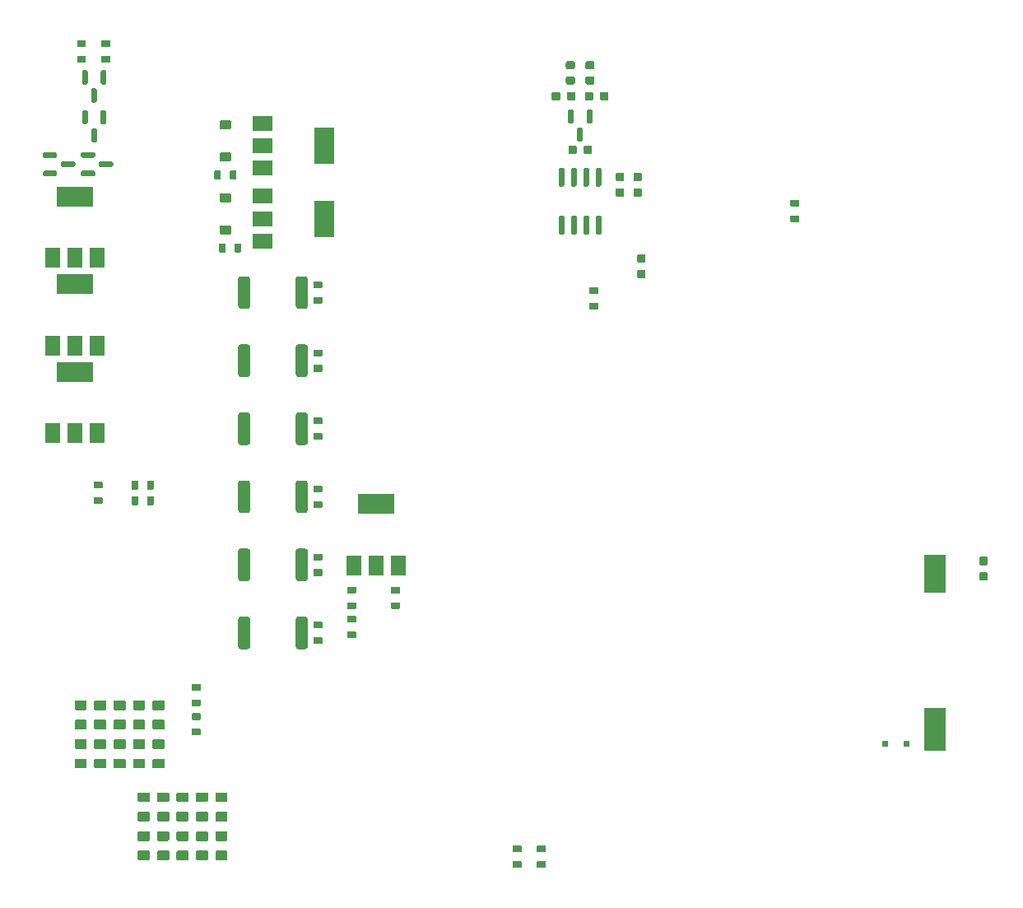
<source format=gbp>
G04 #@! TF.GenerationSoftware,KiCad,Pcbnew,7.0.9-7.0.9~ubuntu22.04.1*
G04 #@! TF.CreationDate,2023-12-02T23:16:32+00:00*
G04 #@! TF.ProjectId,uaefi,75616566-692e-46b6-9963-61645f706362,rev?*
G04 #@! TF.SameCoordinates,Original*
G04 #@! TF.FileFunction,Paste,Bot*
G04 #@! TF.FilePolarity,Positive*
%FSLAX46Y46*%
G04 Gerber Fmt 4.6, Leading zero omitted, Abs format (unit mm)*
G04 Created by KiCad (PCBNEW 7.0.9-7.0.9~ubuntu22.04.1) date 2023-12-02 23:16:32*
%MOMM*%
%LPD*%
G01*
G04 APERTURE LIST*
%ADD10R,2.299995X4.399991*%
%ADD11R,2.299995X3.999992*%
%ADD12R,1.500000X2.000000*%
%ADD13R,3.800000X2.000000*%
%ADD14R,2.000000X1.500000*%
%ADD15R,2.000000X3.800000*%
G04 APERTURE END LIST*
G04 #@! TO.C,D8*
G36*
G01*
X54400000Y81257023D02*
X54700000Y81257023D01*
G75*
G02*
X54850000Y81107023I0J-150000D01*
G01*
X54850000Y79932023D01*
G75*
G02*
X54700000Y79782023I-150000J0D01*
G01*
X54400000Y79782023D01*
G75*
G02*
X54250000Y79932023I0J150000D01*
G01*
X54250000Y81107023D01*
G75*
G02*
X54400000Y81257023I150000J0D01*
G01*
G37*
G36*
G01*
X56300000Y81257023D02*
X56600000Y81257023D01*
G75*
G02*
X56750000Y81107023I0J-150000D01*
G01*
X56750000Y79932023D01*
G75*
G02*
X56600000Y79782023I-150000J0D01*
G01*
X56300000Y79782023D01*
G75*
G02*
X56150000Y79932023I0J150000D01*
G01*
X56150000Y81107023D01*
G75*
G02*
X56300000Y81257023I150000J0D01*
G01*
G37*
G36*
G01*
X55350000Y79382023D02*
X55650000Y79382023D01*
G75*
G02*
X55800000Y79232023I0J-150000D01*
G01*
X55800000Y78057023D01*
G75*
G02*
X55650000Y77907023I-150000J0D01*
G01*
X55350000Y77907023D01*
G75*
G02*
X55200000Y78057023I0J150000D01*
G01*
X55200000Y79232023D01*
G75*
G02*
X55350000Y79382023I150000J0D01*
G01*
G37*
G04 #@! TD*
G04 #@! TO.C,C10*
G36*
G01*
X12650000Y13460000D02*
X11600000Y13460000D01*
G75*
G02*
X11500000Y13560000I0J100000D01*
G01*
X11500000Y14360000D01*
G75*
G02*
X11600000Y14460000I100000J0D01*
G01*
X12650000Y14460000D01*
G75*
G02*
X12750000Y14360000I0J-100000D01*
G01*
X12750000Y13560000D01*
G75*
G02*
X12650000Y13460000I-100000J0D01*
G01*
G37*
G36*
G01*
X12650000Y15460000D02*
X11600000Y15460000D01*
G75*
G02*
X11500000Y15560000I0J100000D01*
G01*
X11500000Y16360000D01*
G75*
G02*
X11600000Y16460000I100000J0D01*
G01*
X12650000Y16460000D01*
G75*
G02*
X12750000Y16360000I0J-100000D01*
G01*
X12750000Y15560000D01*
G75*
G02*
X12650000Y15460000I-100000J0D01*
G01*
G37*
G04 #@! TD*
G04 #@! TO.C,C27*
G36*
G01*
X61460000Y66315001D02*
X62140000Y66315001D01*
G75*
G02*
X62225000Y66230001I0J-85000D01*
G01*
X62225000Y65550001D01*
G75*
G02*
X62140000Y65465001I-85000J0D01*
G01*
X61460000Y65465001D01*
G75*
G02*
X61375000Y65550001I0J85000D01*
G01*
X61375000Y66230001D01*
G75*
G02*
X61460000Y66315001I85000J0D01*
G01*
G37*
G36*
G01*
X61460000Y64734999D02*
X62140000Y64734999D01*
G75*
G02*
X62225000Y64649999I0J-85000D01*
G01*
X62225000Y63969999D01*
G75*
G02*
X62140000Y63884999I-85000J0D01*
G01*
X61460000Y63884999D01*
G75*
G02*
X61375000Y63969999I0J85000D01*
G01*
X61375000Y64649999D01*
G75*
G02*
X61460000Y64734999I85000J0D01*
G01*
G37*
G04 #@! TD*
G04 #@! TO.C,D4*
G36*
G01*
X19510000Y75900000D02*
X18490000Y75900000D01*
G75*
G02*
X18400000Y75990000I0J90000D01*
G01*
X18400000Y76710000D01*
G75*
G02*
X18490000Y76800000I90000J0D01*
G01*
X19510000Y76800000D01*
G75*
G02*
X19600000Y76710000I0J-90000D01*
G01*
X19600000Y75990000D01*
G75*
G02*
X19510000Y75900000I-90000J0D01*
G01*
G37*
G36*
G01*
X19510000Y79200000D02*
X18490000Y79200000D01*
G75*
G02*
X18400000Y79290000I0J90000D01*
G01*
X18400000Y80010000D01*
G75*
G02*
X18490000Y80100000I90000J0D01*
G01*
X19510000Y80100000D01*
G75*
G02*
X19600000Y80010000I0J-90000D01*
G01*
X19600000Y79290000D01*
G75*
G02*
X19510000Y79200000I-90000J0D01*
G01*
G37*
G04 #@! TD*
D10*
G04 #@! TO.C,BT1*
X92000000Y17500048D03*
D11*
X92000000Y33500067D03*
G04 #@! TD*
G04 #@! TO.C,R31*
G36*
G01*
X9350000Y42210000D02*
X9350000Y42990000D01*
G75*
G02*
X9420000Y43060000I70000J0D01*
G01*
X9980000Y43060000D01*
G75*
G02*
X10050000Y42990000I0J-70000D01*
G01*
X10050000Y42210000D01*
G75*
G02*
X9980000Y42140000I-70000J0D01*
G01*
X9420000Y42140000D01*
G75*
G02*
X9350000Y42210000I0J70000D01*
G01*
G37*
G36*
G01*
X10950000Y42210000D02*
X10950000Y42990000D01*
G75*
G02*
X11020000Y43060000I70000J0D01*
G01*
X11580000Y43060000D01*
G75*
G02*
X11650000Y42990000I0J-70000D01*
G01*
X11650000Y42210000D01*
G75*
G02*
X11580000Y42140000I-70000J0D01*
G01*
X11020000Y42140000D01*
G75*
G02*
X10950000Y42210000I0J70000D01*
G01*
G37*
G04 #@! TD*
G04 #@! TO.C,C30*
G36*
G01*
X58405002Y82940000D02*
X58405002Y82260000D01*
G75*
G02*
X58320002Y82175000I-85000J0D01*
G01*
X57640002Y82175000D01*
G75*
G02*
X57555002Y82260000I0J85000D01*
G01*
X57555002Y82940000D01*
G75*
G02*
X57640002Y83025000I85000J0D01*
G01*
X58320002Y83025000D01*
G75*
G02*
X58405002Y82940000I0J-85000D01*
G01*
G37*
G36*
G01*
X56825000Y82940000D02*
X56825000Y82260000D01*
G75*
G02*
X56740000Y82175000I-85000J0D01*
G01*
X56060000Y82175000D01*
G75*
G02*
X55975000Y82260000I0J85000D01*
G01*
X55975000Y82940000D01*
G75*
G02*
X56060000Y83025000I85000J0D01*
G01*
X56740000Y83025000D01*
G75*
G02*
X56825000Y82940000I0J-85000D01*
G01*
G37*
G04 #@! TD*
G04 #@! TO.C,C7*
G36*
G01*
X6650000Y13460000D02*
X5600000Y13460000D01*
G75*
G02*
X5500000Y13560000I0J100000D01*
G01*
X5500000Y14360000D01*
G75*
G02*
X5600000Y14460000I100000J0D01*
G01*
X6650000Y14460000D01*
G75*
G02*
X6750000Y14360000I0J-100000D01*
G01*
X6750000Y13560000D01*
G75*
G02*
X6650000Y13460000I-100000J0D01*
G01*
G37*
G36*
G01*
X6650000Y15460000D02*
X5600000Y15460000D01*
G75*
G02*
X5500000Y15560000I0J100000D01*
G01*
X5500000Y16360000D01*
G75*
G02*
X5600000Y16460000I100000J0D01*
G01*
X6650000Y16460000D01*
G75*
G02*
X6750000Y16360000I0J-100000D01*
G01*
X6750000Y15560000D01*
G75*
G02*
X6650000Y15460000I-100000J0D01*
G01*
G37*
G04 #@! TD*
G04 #@! TO.C,C33*
G36*
G01*
X96660000Y35215001D02*
X97340000Y35215001D01*
G75*
G02*
X97425000Y35130001I0J-85000D01*
G01*
X97425000Y34450001D01*
G75*
G02*
X97340000Y34365001I-85000J0D01*
G01*
X96660000Y34365001D01*
G75*
G02*
X96575000Y34450001I0J85000D01*
G01*
X96575000Y35130001D01*
G75*
G02*
X96660000Y35215001I85000J0D01*
G01*
G37*
G36*
G01*
X96660000Y33634999D02*
X97340000Y33634999D01*
G75*
G02*
X97425000Y33549999I0J-85000D01*
G01*
X97425000Y32869999D01*
G75*
G02*
X97340000Y32784999I-85000J0D01*
G01*
X96660000Y32784999D01*
G75*
G02*
X96575000Y32869999I0J85000D01*
G01*
X96575000Y33549999D01*
G75*
G02*
X96660000Y33634999I85000J0D01*
G01*
G37*
G04 #@! TD*
G04 #@! TO.C,C29*
G36*
G01*
X54284999Y76742023D02*
X54284999Y77422023D01*
G75*
G02*
X54369999Y77507023I85000J0D01*
G01*
X55049999Y77507023D01*
G75*
G02*
X55134999Y77422023I0J-85000D01*
G01*
X55134999Y76742023D01*
G75*
G02*
X55049999Y76657023I-85000J0D01*
G01*
X54369999Y76657023D01*
G75*
G02*
X54284999Y76742023I0J85000D01*
G01*
G37*
G36*
G01*
X55865001Y76742023D02*
X55865001Y77422023D01*
G75*
G02*
X55950001Y77507023I85000J0D01*
G01*
X56630001Y77507023D01*
G75*
G02*
X56715001Y77422023I0J-85000D01*
G01*
X56715001Y76742023D01*
G75*
G02*
X56630001Y76657023I-85000J0D01*
G01*
X55950001Y76657023D01*
G75*
G02*
X55865001Y76742023I0J85000D01*
G01*
G37*
G04 #@! TD*
G04 #@! TO.C,R34*
G36*
G01*
X6290000Y40650000D02*
X5510000Y40650000D01*
G75*
G02*
X5440000Y40720000I0J70000D01*
G01*
X5440000Y41280000D01*
G75*
G02*
X5510000Y41350000I70000J0D01*
G01*
X6290000Y41350000D01*
G75*
G02*
X6360000Y41280000I0J-70000D01*
G01*
X6360000Y40720000D01*
G75*
G02*
X6290000Y40650000I-70000J0D01*
G01*
G37*
G36*
G01*
X6290000Y42250000D02*
X5510000Y42250000D01*
G75*
G02*
X5440000Y42320000I0J70000D01*
G01*
X5440000Y42880000D01*
G75*
G02*
X5510000Y42950000I70000J0D01*
G01*
X6290000Y42950000D01*
G75*
G02*
X6360000Y42880000I0J-70000D01*
G01*
X6360000Y42320000D01*
G75*
G02*
X6290000Y42250000I-70000J0D01*
G01*
G37*
G04 #@! TD*
G04 #@! TO.C,C17*
G36*
G01*
X16075000Y11000000D02*
X17125000Y11000000D01*
G75*
G02*
X17225000Y10900000I0J-100000D01*
G01*
X17225000Y10100000D01*
G75*
G02*
X17125000Y10000000I-100000J0D01*
G01*
X16075000Y10000000D01*
G75*
G02*
X15975000Y10100000I0J100000D01*
G01*
X15975000Y10900000D01*
G75*
G02*
X16075000Y11000000I100000J0D01*
G01*
G37*
G36*
G01*
X16075000Y9000000D02*
X17125000Y9000000D01*
G75*
G02*
X17225000Y8900000I0J-100000D01*
G01*
X17225000Y8100000D01*
G75*
G02*
X17125000Y8000000I-100000J0D01*
G01*
X16075000Y8000000D01*
G75*
G02*
X15975000Y8100000I0J100000D01*
G01*
X15975000Y8900000D01*
G75*
G02*
X16075000Y9000000I100000J0D01*
G01*
G37*
G04 #@! TD*
G04 #@! TO.C,R20*
G36*
G01*
X27475000Y63825000D02*
X27475000Y60975000D01*
G75*
G02*
X27225000Y60725000I-250000J0D01*
G01*
X26500000Y60725000D01*
G75*
G02*
X26250000Y60975000I0J250000D01*
G01*
X26250000Y63825000D01*
G75*
G02*
X26500000Y64075000I250000J0D01*
G01*
X27225000Y64075000D01*
G75*
G02*
X27475000Y63825000I0J-250000D01*
G01*
G37*
G36*
G01*
X21550000Y63825000D02*
X21550000Y60975000D01*
G75*
G02*
X21300000Y60725000I-250000J0D01*
G01*
X20575000Y60725000D01*
G75*
G02*
X20325000Y60975000I0J250000D01*
G01*
X20325000Y63825000D01*
G75*
G02*
X20575000Y64075000I250000J0D01*
G01*
X21300000Y64075000D01*
G75*
G02*
X21550000Y63825000I0J-250000D01*
G01*
G37*
G04 #@! TD*
G04 #@! TO.C,C3*
G36*
G01*
X7600000Y20460000D02*
X8650000Y20460000D01*
G75*
G02*
X8750000Y20360000I0J-100000D01*
G01*
X8750000Y19560000D01*
G75*
G02*
X8650000Y19460000I-100000J0D01*
G01*
X7600000Y19460000D01*
G75*
G02*
X7500000Y19560000I0J100000D01*
G01*
X7500000Y20360000D01*
G75*
G02*
X7600000Y20460000I100000J0D01*
G01*
G37*
G36*
G01*
X7600000Y18460000D02*
X8650000Y18460000D01*
G75*
G02*
X8750000Y18360000I0J-100000D01*
G01*
X8750000Y17560000D01*
G75*
G02*
X8650000Y17460000I-100000J0D01*
G01*
X7600000Y17460000D01*
G75*
G02*
X7500000Y17560000I0J100000D01*
G01*
X7500000Y18360000D01*
G75*
G02*
X7600000Y18460000I100000J0D01*
G01*
G37*
G04 #@! TD*
G04 #@! TO.C,C23*
G36*
G01*
X19125000Y4000000D02*
X18075000Y4000000D01*
G75*
G02*
X17975000Y4100000I0J100000D01*
G01*
X17975000Y4900000D01*
G75*
G02*
X18075000Y5000000I100000J0D01*
G01*
X19125000Y5000000D01*
G75*
G02*
X19225000Y4900000I0J-100000D01*
G01*
X19225000Y4100000D01*
G75*
G02*
X19125000Y4000000I-100000J0D01*
G01*
G37*
G36*
G01*
X19125000Y6000000D02*
X18075000Y6000000D01*
G75*
G02*
X17975000Y6100000I0J100000D01*
G01*
X17975000Y6900000D01*
G75*
G02*
X18075000Y7000000I100000J0D01*
G01*
X19125000Y7000000D01*
G75*
G02*
X19225000Y6900000I0J-100000D01*
G01*
X19225000Y6100000D01*
G75*
G02*
X19125000Y6000000I-100000J0D01*
G01*
G37*
G04 #@! TD*
G04 #@! TO.C,U4*
G36*
G01*
X53445000Y75250000D02*
X53745000Y75250000D01*
G75*
G02*
X53895000Y75100000I0J-150000D01*
G01*
X53895000Y73450000D01*
G75*
G02*
X53745000Y73300000I-150000J0D01*
G01*
X53445000Y73300000D01*
G75*
G02*
X53295000Y73450000I0J150000D01*
G01*
X53295000Y75100000D01*
G75*
G02*
X53445000Y75250000I150000J0D01*
G01*
G37*
G36*
G01*
X54715000Y75250000D02*
X55015000Y75250000D01*
G75*
G02*
X55165000Y75100000I0J-150000D01*
G01*
X55165000Y73450000D01*
G75*
G02*
X55015000Y73300000I-150000J0D01*
G01*
X54715000Y73300000D01*
G75*
G02*
X54565000Y73450000I0J150000D01*
G01*
X54565000Y75100000D01*
G75*
G02*
X54715000Y75250000I150000J0D01*
G01*
G37*
G36*
G01*
X55985000Y75250000D02*
X56285000Y75250000D01*
G75*
G02*
X56435000Y75100000I0J-150000D01*
G01*
X56435000Y73450000D01*
G75*
G02*
X56285000Y73300000I-150000J0D01*
G01*
X55985000Y73300000D01*
G75*
G02*
X55835000Y73450000I0J150000D01*
G01*
X55835000Y75100000D01*
G75*
G02*
X55985000Y75250000I150000J0D01*
G01*
G37*
G36*
G01*
X57255000Y75250000D02*
X57555000Y75250000D01*
G75*
G02*
X57705000Y75100000I0J-150000D01*
G01*
X57705000Y73450000D01*
G75*
G02*
X57555000Y73300000I-150000J0D01*
G01*
X57255000Y73300000D01*
G75*
G02*
X57105000Y73450000I0J150000D01*
G01*
X57105000Y75100000D01*
G75*
G02*
X57255000Y75250000I150000J0D01*
G01*
G37*
G36*
G01*
X57255000Y70300000D02*
X57555000Y70300000D01*
G75*
G02*
X57705000Y70150000I0J-150000D01*
G01*
X57705000Y68500000D01*
G75*
G02*
X57555000Y68350000I-150000J0D01*
G01*
X57255000Y68350000D01*
G75*
G02*
X57105000Y68500000I0J150000D01*
G01*
X57105000Y70150000D01*
G75*
G02*
X57255000Y70300000I150000J0D01*
G01*
G37*
G36*
G01*
X55985000Y70300000D02*
X56285000Y70300000D01*
G75*
G02*
X56435000Y70150000I0J-150000D01*
G01*
X56435000Y68500000D01*
G75*
G02*
X56285000Y68350000I-150000J0D01*
G01*
X55985000Y68350000D01*
G75*
G02*
X55835000Y68500000I0J150000D01*
G01*
X55835000Y70150000D01*
G75*
G02*
X55985000Y70300000I150000J0D01*
G01*
G37*
G36*
G01*
X54715000Y70300000D02*
X55015000Y70300000D01*
G75*
G02*
X55165000Y70150000I0J-150000D01*
G01*
X55165000Y68500000D01*
G75*
G02*
X55015000Y68350000I-150000J0D01*
G01*
X54715000Y68350000D01*
G75*
G02*
X54565000Y68500000I0J150000D01*
G01*
X54565000Y70150000D01*
G75*
G02*
X54715000Y70300000I150000J0D01*
G01*
G37*
G36*
G01*
X53445000Y70300000D02*
X53745000Y70300000D01*
G75*
G02*
X53895000Y70150000I0J-150000D01*
G01*
X53895000Y68500000D01*
G75*
G02*
X53745000Y68350000I-150000J0D01*
G01*
X53445000Y68350000D01*
G75*
G02*
X53295000Y68500000I0J150000D01*
G01*
X53295000Y70150000D01*
G75*
G02*
X53445000Y70300000I150000J0D01*
G01*
G37*
G04 #@! TD*
G04 #@! TO.C,C1*
G36*
G01*
X3600000Y20460000D02*
X4650000Y20460000D01*
G75*
G02*
X4750000Y20360000I0J-100000D01*
G01*
X4750000Y19560000D01*
G75*
G02*
X4650000Y19460000I-100000J0D01*
G01*
X3600000Y19460000D01*
G75*
G02*
X3500000Y19560000I0J100000D01*
G01*
X3500000Y20360000D01*
G75*
G02*
X3600000Y20460000I100000J0D01*
G01*
G37*
G36*
G01*
X3600000Y18460000D02*
X4650000Y18460000D01*
G75*
G02*
X4750000Y18360000I0J-100000D01*
G01*
X4750000Y17560000D01*
G75*
G02*
X4650000Y17460000I-100000J0D01*
G01*
X3600000Y17460000D01*
G75*
G02*
X3500000Y17560000I0J100000D01*
G01*
X3500000Y18360000D01*
G75*
G02*
X3600000Y18460000I100000J0D01*
G01*
G37*
G04 #@! TD*
G04 #@! TO.C,R26*
G36*
G01*
X27475000Y42825000D02*
X27475000Y39975000D01*
G75*
G02*
X27225000Y39725000I-250000J0D01*
G01*
X26500000Y39725000D01*
G75*
G02*
X26250000Y39975000I0J250000D01*
G01*
X26250000Y42825000D01*
G75*
G02*
X26500000Y43075000I250000J0D01*
G01*
X27225000Y43075000D01*
G75*
G02*
X27475000Y42825000I0J-250000D01*
G01*
G37*
G36*
G01*
X21550000Y42825000D02*
X21550000Y39975000D01*
G75*
G02*
X21300000Y39725000I-250000J0D01*
G01*
X20575000Y39725000D01*
G75*
G02*
X20325000Y39975000I0J250000D01*
G01*
X20325000Y42825000D01*
G75*
G02*
X20575000Y43075000I250000J0D01*
G01*
X21300000Y43075000D01*
G75*
G02*
X21550000Y42825000I0J-250000D01*
G01*
G37*
G04 #@! TD*
D12*
G04 #@! TO.C,Q18*
X5800000Y47950000D03*
X3500000Y47950000D03*
X1200000Y47950000D03*
D13*
X3500000Y54250000D03*
G04 #@! TD*
G04 #@! TO.C,C31*
G36*
G01*
X59940000Y72284999D02*
X59260000Y72284999D01*
G75*
G02*
X59175000Y72369999I0J85000D01*
G01*
X59175000Y73049999D01*
G75*
G02*
X59260000Y73134999I85000J0D01*
G01*
X59940000Y73134999D01*
G75*
G02*
X60025000Y73049999I0J-85000D01*
G01*
X60025000Y72369999D01*
G75*
G02*
X59940000Y72284999I-85000J0D01*
G01*
G37*
G36*
G01*
X59940000Y73865001D02*
X59260000Y73865001D01*
G75*
G02*
X59175000Y73950001I0J85000D01*
G01*
X59175000Y74630001D01*
G75*
G02*
X59260000Y74715001I85000J0D01*
G01*
X59940000Y74715001D01*
G75*
G02*
X60025000Y74630001I0J-85000D01*
G01*
X60025000Y73950001D01*
G75*
G02*
X59940000Y73865001I-85000J0D01*
G01*
G37*
G04 #@! TD*
G04 #@! TO.C,C14*
G36*
G01*
X10075000Y11000000D02*
X11125000Y11000000D01*
G75*
G02*
X11225000Y10900000I0J-100000D01*
G01*
X11225000Y10100000D01*
G75*
G02*
X11125000Y10000000I-100000J0D01*
G01*
X10075000Y10000000D01*
G75*
G02*
X9975000Y10100000I0J100000D01*
G01*
X9975000Y10900000D01*
G75*
G02*
X10075000Y11000000I100000J0D01*
G01*
G37*
G36*
G01*
X10075000Y9000000D02*
X11125000Y9000000D01*
G75*
G02*
X11225000Y8900000I0J-100000D01*
G01*
X11225000Y8100000D01*
G75*
G02*
X11125000Y8000000I-100000J0D01*
G01*
X10075000Y8000000D01*
G75*
G02*
X9975000Y8100000I0J100000D01*
G01*
X9975000Y8900000D01*
G75*
G02*
X10075000Y9000000I100000J0D01*
G01*
G37*
G04 #@! TD*
D12*
G04 #@! TO.C,Q15*
X5800000Y56950000D03*
X3500000Y56950000D03*
X1200000Y56950000D03*
D13*
X3500000Y63250000D03*
G04 #@! TD*
G04 #@! TO.C,C19*
G36*
G01*
X11125000Y4000000D02*
X10075000Y4000000D01*
G75*
G02*
X9975000Y4100000I0J100000D01*
G01*
X9975000Y4900000D01*
G75*
G02*
X10075000Y5000000I100000J0D01*
G01*
X11125000Y5000000D01*
G75*
G02*
X11225000Y4900000I0J-100000D01*
G01*
X11225000Y4100000D01*
G75*
G02*
X11125000Y4000000I-100000J0D01*
G01*
G37*
G36*
G01*
X11125000Y6000000D02*
X10075000Y6000000D01*
G75*
G02*
X9975000Y6100000I0J100000D01*
G01*
X9975000Y6900000D01*
G75*
G02*
X10075000Y7000000I100000J0D01*
G01*
X11125000Y7000000D01*
G75*
G02*
X11225000Y6900000I0J-100000D01*
G01*
X11225000Y6100000D01*
G75*
G02*
X11125000Y6000000I-100000J0D01*
G01*
G37*
G04 #@! TD*
G04 #@! TO.C,R27*
G36*
G01*
X27475000Y35825000D02*
X27475000Y32975000D01*
G75*
G02*
X27225000Y32725000I-250000J0D01*
G01*
X26500000Y32725000D01*
G75*
G02*
X26250000Y32975000I0J250000D01*
G01*
X26250000Y35825000D01*
G75*
G02*
X26500000Y36075000I250000J0D01*
G01*
X27225000Y36075000D01*
G75*
G02*
X27475000Y35825000I0J-250000D01*
G01*
G37*
G36*
G01*
X21550000Y35825000D02*
X21550000Y32975000D01*
G75*
G02*
X21300000Y32725000I-250000J0D01*
G01*
X20575000Y32725000D01*
G75*
G02*
X20325000Y32975000I0J250000D01*
G01*
X20325000Y35825000D01*
G75*
G02*
X20575000Y36075000I250000J0D01*
G01*
X21300000Y36075000D01*
G75*
G02*
X21550000Y35825000I0J-250000D01*
G01*
G37*
G04 #@! TD*
G04 #@! TO.C,R21*
G36*
G01*
X27475000Y56825000D02*
X27475000Y53975000D01*
G75*
G02*
X27225000Y53725000I-250000J0D01*
G01*
X26500000Y53725000D01*
G75*
G02*
X26250000Y53975000I0J250000D01*
G01*
X26250000Y56825000D01*
G75*
G02*
X26500000Y57075000I250000J0D01*
G01*
X27225000Y57075000D01*
G75*
G02*
X27475000Y56825000I0J-250000D01*
G01*
G37*
G36*
G01*
X21550000Y56825000D02*
X21550000Y53975000D01*
G75*
G02*
X21300000Y53725000I-250000J0D01*
G01*
X20575000Y53725000D01*
G75*
G02*
X20325000Y53975000I0J250000D01*
G01*
X20325000Y56825000D01*
G75*
G02*
X20575000Y57075000I250000J0D01*
G01*
X21300000Y57075000D01*
G75*
G02*
X21550000Y56825000I0J-250000D01*
G01*
G37*
G04 #@! TD*
G04 #@! TO.C,C4*
G36*
G01*
X9600000Y20460000D02*
X10650000Y20460000D01*
G75*
G02*
X10750000Y20360000I0J-100000D01*
G01*
X10750000Y19560000D01*
G75*
G02*
X10650000Y19460000I-100000J0D01*
G01*
X9600000Y19460000D01*
G75*
G02*
X9500000Y19560000I0J100000D01*
G01*
X9500000Y20360000D01*
G75*
G02*
X9600000Y20460000I100000J0D01*
G01*
G37*
G36*
G01*
X9600000Y18460000D02*
X10650000Y18460000D01*
G75*
G02*
X10750000Y18360000I0J-100000D01*
G01*
X10750000Y17560000D01*
G75*
G02*
X10650000Y17460000I-100000J0D01*
G01*
X9600000Y17460000D01*
G75*
G02*
X9500000Y17560000I0J100000D01*
G01*
X9500000Y18360000D01*
G75*
G02*
X9600000Y18460000I100000J0D01*
G01*
G37*
G04 #@! TD*
G04 #@! TO.C,R10*
G36*
G01*
X18350000Y66610000D02*
X18350000Y67390000D01*
G75*
G02*
X18420000Y67460000I70000J0D01*
G01*
X18980000Y67460000D01*
G75*
G02*
X19050000Y67390000I0J-70000D01*
G01*
X19050000Y66610000D01*
G75*
G02*
X18980000Y66540000I-70000J0D01*
G01*
X18420000Y66540000D01*
G75*
G02*
X18350000Y66610000I0J70000D01*
G01*
G37*
G36*
G01*
X19950000Y66610000D02*
X19950000Y67390000D01*
G75*
G02*
X20020000Y67460000I70000J0D01*
G01*
X20580000Y67460000D01*
G75*
G02*
X20650000Y67390000I0J-70000D01*
G01*
X20650000Y66610000D01*
G75*
G02*
X20580000Y66540000I-70000J0D01*
G01*
X20020000Y66540000D01*
G75*
G02*
X19950000Y66610000I0J70000D01*
G01*
G37*
G04 #@! TD*
G04 #@! TO.C,D2*
G36*
G01*
X19510000Y68400000D02*
X18490000Y68400000D01*
G75*
G02*
X18400000Y68490000I0J90000D01*
G01*
X18400000Y69210000D01*
G75*
G02*
X18490000Y69300000I90000J0D01*
G01*
X19510000Y69300000D01*
G75*
G02*
X19600000Y69210000I0J-90000D01*
G01*
X19600000Y68490000D01*
G75*
G02*
X19510000Y68400000I-90000J0D01*
G01*
G37*
G36*
G01*
X19510000Y71700000D02*
X18490000Y71700000D01*
G75*
G02*
X18400000Y71790000I0J90000D01*
G01*
X18400000Y72510000D01*
G75*
G02*
X18490000Y72600000I90000J0D01*
G01*
X19510000Y72600000D01*
G75*
G02*
X19600000Y72510000I0J-90000D01*
G01*
X19600000Y71790000D01*
G75*
G02*
X19510000Y71700000I-90000J0D01*
G01*
G37*
G04 #@! TD*
G04 #@! TO.C,D1*
G36*
G01*
X87140000Y15700000D02*
X86660000Y15700000D01*
G75*
G02*
X86600000Y15760000I0J60000D01*
G01*
X86600000Y16240000D01*
G75*
G02*
X86660000Y16300000I60000J0D01*
G01*
X87140000Y16300000D01*
G75*
G02*
X87200000Y16240000I0J-60000D01*
G01*
X87200000Y15760000D01*
G75*
G02*
X87140000Y15700000I-60000J0D01*
G01*
G37*
G36*
G01*
X89340000Y15700000D02*
X88860000Y15700000D01*
G75*
G02*
X88800000Y15760000I0J60000D01*
G01*
X88800000Y16240000D01*
G75*
G02*
X88860000Y16300000I60000J0D01*
G01*
X89340000Y16300000D01*
G75*
G02*
X89400000Y16240000I0J-60000D01*
G01*
X89400000Y15760000D01*
G75*
G02*
X89340000Y15700000I-60000J0D01*
G01*
G37*
G04 #@! TD*
G04 #@! TO.C,R19*
G36*
G01*
X28902500Y47250000D02*
X28122500Y47250000D01*
G75*
G02*
X28052500Y47320000I0J70000D01*
G01*
X28052500Y47880000D01*
G75*
G02*
X28122500Y47950000I70000J0D01*
G01*
X28902500Y47950000D01*
G75*
G02*
X28972500Y47880000I0J-70000D01*
G01*
X28972500Y47320000D01*
G75*
G02*
X28902500Y47250000I-70000J0D01*
G01*
G37*
G36*
G01*
X28902500Y48850000D02*
X28122500Y48850000D01*
G75*
G02*
X28052500Y48920000I0J70000D01*
G01*
X28052500Y49480000D01*
G75*
G02*
X28122500Y49550000I70000J0D01*
G01*
X28902500Y49550000D01*
G75*
G02*
X28972500Y49480000I0J-70000D01*
G01*
X28972500Y48920000D01*
G75*
G02*
X28902500Y48850000I-70000J0D01*
G01*
G37*
G04 #@! TD*
G04 #@! TO.C,R33*
G36*
G01*
X31610000Y29150000D02*
X32390000Y29150000D01*
G75*
G02*
X32460000Y29080000I0J-70000D01*
G01*
X32460000Y28520000D01*
G75*
G02*
X32390000Y28450000I-70000J0D01*
G01*
X31610000Y28450000D01*
G75*
G02*
X31540000Y28520000I0J70000D01*
G01*
X31540000Y29080000D01*
G75*
G02*
X31610000Y29150000I70000J0D01*
G01*
G37*
G36*
G01*
X31610000Y27550000D02*
X32390000Y27550000D01*
G75*
G02*
X32460000Y27480000I0J-70000D01*
G01*
X32460000Y26920000D01*
G75*
G02*
X32390000Y26850000I-70000J0D01*
G01*
X31610000Y26850000D01*
G75*
G02*
X31540000Y26920000I0J70000D01*
G01*
X31540000Y27480000D01*
G75*
G02*
X31610000Y27550000I70000J0D01*
G01*
G37*
G04 #@! TD*
G04 #@! TO.C,C21*
G36*
G01*
X15125000Y4000000D02*
X14075000Y4000000D01*
G75*
G02*
X13975000Y4100000I0J100000D01*
G01*
X13975000Y4900000D01*
G75*
G02*
X14075000Y5000000I100000J0D01*
G01*
X15125000Y5000000D01*
G75*
G02*
X15225000Y4900000I0J-100000D01*
G01*
X15225000Y4100000D01*
G75*
G02*
X15125000Y4000000I-100000J0D01*
G01*
G37*
G36*
G01*
X15125000Y6000000D02*
X14075000Y6000000D01*
G75*
G02*
X13975000Y6100000I0J100000D01*
G01*
X13975000Y6900000D01*
G75*
G02*
X14075000Y7000000I100000J0D01*
G01*
X15125000Y7000000D01*
G75*
G02*
X15225000Y6900000I0J-100000D01*
G01*
X15225000Y6100000D01*
G75*
G02*
X15125000Y6000000I-100000J0D01*
G01*
G37*
G04 #@! TD*
G04 #@! TO.C,D6*
G36*
G01*
X4400000Y81175000D02*
X4700000Y81175000D01*
G75*
G02*
X4850000Y81025000I0J-150000D01*
G01*
X4850000Y79850000D01*
G75*
G02*
X4700000Y79700000I-150000J0D01*
G01*
X4400000Y79700000D01*
G75*
G02*
X4250000Y79850000I0J150000D01*
G01*
X4250000Y81025000D01*
G75*
G02*
X4400000Y81175000I150000J0D01*
G01*
G37*
G36*
G01*
X5350000Y79300000D02*
X5650000Y79300000D01*
G75*
G02*
X5800000Y79150000I0J-150000D01*
G01*
X5800000Y77975000D01*
G75*
G02*
X5650000Y77825000I-150000J0D01*
G01*
X5350000Y77825000D01*
G75*
G02*
X5200000Y77975000I0J150000D01*
G01*
X5200000Y79150000D01*
G75*
G02*
X5350000Y79300000I150000J0D01*
G01*
G37*
G36*
G01*
X6300000Y81175000D02*
X6600000Y81175000D01*
G75*
G02*
X6750000Y81025000I0J-150000D01*
G01*
X6750000Y79850000D01*
G75*
G02*
X6600000Y79700000I-150000J0D01*
G01*
X6300000Y79700000D01*
G75*
G02*
X6150000Y79850000I0J150000D01*
G01*
X6150000Y81025000D01*
G75*
G02*
X6300000Y81175000I150000J0D01*
G01*
G37*
G04 #@! TD*
G04 #@! TO.C,R23*
G36*
G01*
X28902500Y40250000D02*
X28122500Y40250000D01*
G75*
G02*
X28052500Y40320000I0J70000D01*
G01*
X28052500Y40880000D01*
G75*
G02*
X28122500Y40950000I70000J0D01*
G01*
X28902500Y40950000D01*
G75*
G02*
X28972500Y40880000I0J-70000D01*
G01*
X28972500Y40320000D01*
G75*
G02*
X28902500Y40250000I-70000J0D01*
G01*
G37*
G36*
G01*
X28902500Y41850000D02*
X28122500Y41850000D01*
G75*
G02*
X28052500Y41920000I0J70000D01*
G01*
X28052500Y42480000D01*
G75*
G02*
X28122500Y42550000I70000J0D01*
G01*
X28902500Y42550000D01*
G75*
G02*
X28972500Y42480000I0J-70000D01*
G01*
X28972500Y41920000D01*
G75*
G02*
X28902500Y41850000I-70000J0D01*
G01*
G37*
G04 #@! TD*
G04 #@! TO.C,Q6*
G36*
G01*
X225000Y74500000D02*
X225000Y74800000D01*
G75*
G02*
X375000Y74950000I150000J0D01*
G01*
X1550000Y74950000D01*
G75*
G02*
X1700000Y74800000I0J-150000D01*
G01*
X1700000Y74500000D01*
G75*
G02*
X1550000Y74350000I-150000J0D01*
G01*
X375000Y74350000D01*
G75*
G02*
X225000Y74500000I0J150000D01*
G01*
G37*
G36*
G01*
X2100000Y75450000D02*
X2100000Y75750000D01*
G75*
G02*
X2250000Y75900000I150000J0D01*
G01*
X3425000Y75900000D01*
G75*
G02*
X3575000Y75750000I0J-150000D01*
G01*
X3575000Y75450000D01*
G75*
G02*
X3425000Y75300000I-150000J0D01*
G01*
X2250000Y75300000D01*
G75*
G02*
X2100000Y75450000I0J150000D01*
G01*
G37*
G36*
G01*
X225000Y76400000D02*
X225000Y76700000D01*
G75*
G02*
X375000Y76850000I150000J0D01*
G01*
X1550000Y76850000D01*
G75*
G02*
X1700000Y76700000I0J-150000D01*
G01*
X1700000Y76400000D01*
G75*
G02*
X1550000Y76250000I-150000J0D01*
G01*
X375000Y76250000D01*
G75*
G02*
X225000Y76400000I0J150000D01*
G01*
G37*
G04 #@! TD*
G04 #@! TO.C,R7*
G36*
G01*
X49390000Y3228318D02*
X48610000Y3228318D01*
G75*
G02*
X48540000Y3298318I0J70000D01*
G01*
X48540000Y3858318D01*
G75*
G02*
X48610000Y3928318I70000J0D01*
G01*
X49390000Y3928318D01*
G75*
G02*
X49460000Y3858318I0J-70000D01*
G01*
X49460000Y3298318D01*
G75*
G02*
X49390000Y3228318I-70000J0D01*
G01*
G37*
G36*
G01*
X49390000Y4828318D02*
X48610000Y4828318D01*
G75*
G02*
X48540000Y4898318I0J70000D01*
G01*
X48540000Y5458318D01*
G75*
G02*
X48610000Y5528318I70000J0D01*
G01*
X49390000Y5528318D01*
G75*
G02*
X49460000Y5458318I0J-70000D01*
G01*
X49460000Y4898318D01*
G75*
G02*
X49390000Y4828318I-70000J0D01*
G01*
G37*
G04 #@! TD*
G04 #@! TO.C,R24*
G36*
G01*
X28902500Y33250000D02*
X28122500Y33250000D01*
G75*
G02*
X28052500Y33320000I0J70000D01*
G01*
X28052500Y33880000D01*
G75*
G02*
X28122500Y33950000I70000J0D01*
G01*
X28902500Y33950000D01*
G75*
G02*
X28972500Y33880000I0J-70000D01*
G01*
X28972500Y33320000D01*
G75*
G02*
X28902500Y33250000I-70000J0D01*
G01*
G37*
G36*
G01*
X28902500Y34850000D02*
X28122500Y34850000D01*
G75*
G02*
X28052500Y34920000I0J70000D01*
G01*
X28052500Y35480000D01*
G75*
G02*
X28122500Y35550000I70000J0D01*
G01*
X28902500Y35550000D01*
G75*
G02*
X28972500Y35480000I0J-70000D01*
G01*
X28972500Y34920000D01*
G75*
G02*
X28902500Y34850000I-70000J0D01*
G01*
G37*
G04 #@! TD*
G04 #@! TO.C,C32*
G36*
G01*
X61740000Y72284999D02*
X61060000Y72284999D01*
G75*
G02*
X60975000Y72369999I0J85000D01*
G01*
X60975000Y73049999D01*
G75*
G02*
X61060000Y73134999I85000J0D01*
G01*
X61740000Y73134999D01*
G75*
G02*
X61825000Y73049999I0J-85000D01*
G01*
X61825000Y72369999D01*
G75*
G02*
X61740000Y72284999I-85000J0D01*
G01*
G37*
G36*
G01*
X61740000Y73865001D02*
X61060000Y73865001D01*
G75*
G02*
X60975000Y73950001I0J85000D01*
G01*
X60975000Y74630001D01*
G75*
G02*
X61060000Y74715001I85000J0D01*
G01*
X61740000Y74715001D01*
G75*
G02*
X61825000Y74630001I0J-85000D01*
G01*
X61825000Y73950001D01*
G75*
G02*
X61740000Y73865001I-85000J0D01*
G01*
G37*
G04 #@! TD*
G04 #@! TO.C,R16*
G36*
G01*
X4590000Y86050000D02*
X3810000Y86050000D01*
G75*
G02*
X3740000Y86120000I0J70000D01*
G01*
X3740000Y86680000D01*
G75*
G02*
X3810000Y86750000I70000J0D01*
G01*
X4590000Y86750000D01*
G75*
G02*
X4660000Y86680000I0J-70000D01*
G01*
X4660000Y86120000D01*
G75*
G02*
X4590000Y86050000I-70000J0D01*
G01*
G37*
G36*
G01*
X4590000Y87650000D02*
X3810000Y87650000D01*
G75*
G02*
X3740000Y87720000I0J70000D01*
G01*
X3740000Y88280000D01*
G75*
G02*
X3810000Y88350000I70000J0D01*
G01*
X4590000Y88350000D01*
G75*
G02*
X4660000Y88280000I0J-70000D01*
G01*
X4660000Y87720000D01*
G75*
G02*
X4590000Y87650000I-70000J0D01*
G01*
G37*
G04 #@! TD*
D14*
G04 #@! TO.C,Q1*
X22850000Y67700000D03*
X22850000Y70000000D03*
X22850000Y72300000D03*
D15*
X29150000Y70000000D03*
G04 #@! TD*
G04 #@! TO.C,R30*
G36*
G01*
X36890000Y29850000D02*
X36110000Y29850000D01*
G75*
G02*
X36040000Y29920000I0J70000D01*
G01*
X36040000Y30480000D01*
G75*
G02*
X36110000Y30550000I70000J0D01*
G01*
X36890000Y30550000D01*
G75*
G02*
X36960000Y30480000I0J-70000D01*
G01*
X36960000Y29920000D01*
G75*
G02*
X36890000Y29850000I-70000J0D01*
G01*
G37*
G36*
G01*
X36890000Y31450000D02*
X36110000Y31450000D01*
G75*
G02*
X36040000Y31520000I0J70000D01*
G01*
X36040000Y32080000D01*
G75*
G02*
X36110000Y32150000I70000J0D01*
G01*
X36890000Y32150000D01*
G75*
G02*
X36960000Y32080000I0J-70000D01*
G01*
X36960000Y31520000D01*
G75*
G02*
X36890000Y31450000I-70000J0D01*
G01*
G37*
G04 #@! TD*
G04 #@! TO.C,R22*
G36*
G01*
X27475000Y49825000D02*
X27475000Y46975000D01*
G75*
G02*
X27225000Y46725000I-250000J0D01*
G01*
X26500000Y46725000D01*
G75*
G02*
X26250000Y46975000I0J250000D01*
G01*
X26250000Y49825000D01*
G75*
G02*
X26500000Y50075000I250000J0D01*
G01*
X27225000Y50075000D01*
G75*
G02*
X27475000Y49825000I0J-250000D01*
G01*
G37*
G36*
G01*
X21550000Y49825000D02*
X21550000Y46975000D01*
G75*
G02*
X21300000Y46725000I-250000J0D01*
G01*
X20575000Y46725000D01*
G75*
G02*
X20325000Y46975000I0J250000D01*
G01*
X20325000Y49825000D01*
G75*
G02*
X20575000Y50075000I250000J0D01*
G01*
X21300000Y50075000D01*
G75*
G02*
X21550000Y49825000I0J-250000D01*
G01*
G37*
G04 #@! TD*
G04 #@! TO.C,R25*
G36*
G01*
X28902500Y26250000D02*
X28122500Y26250000D01*
G75*
G02*
X28052500Y26320000I0J70000D01*
G01*
X28052500Y26880000D01*
G75*
G02*
X28122500Y26950000I70000J0D01*
G01*
X28902500Y26950000D01*
G75*
G02*
X28972500Y26880000I0J-70000D01*
G01*
X28972500Y26320000D01*
G75*
G02*
X28902500Y26250000I-70000J0D01*
G01*
G37*
G36*
G01*
X28902500Y27850000D02*
X28122500Y27850000D01*
G75*
G02*
X28052500Y27920000I0J70000D01*
G01*
X28052500Y28480000D01*
G75*
G02*
X28122500Y28550000I70000J0D01*
G01*
X28902500Y28550000D01*
G75*
G02*
X28972500Y28480000I0J-70000D01*
G01*
X28972500Y27920000D01*
G75*
G02*
X28902500Y27850000I-70000J0D01*
G01*
G37*
G04 #@! TD*
G04 #@! TO.C,L2*
G36*
G01*
X54243750Y86225000D02*
X54756250Y86225000D01*
G75*
G02*
X54975000Y86006250I0J-218750D01*
G01*
X54975000Y85568750D01*
G75*
G02*
X54756250Y85350000I-218750J0D01*
G01*
X54243750Y85350000D01*
G75*
G02*
X54025000Y85568750I0J218750D01*
G01*
X54025000Y86006250D01*
G75*
G02*
X54243750Y86225000I218750J0D01*
G01*
G37*
G36*
G01*
X54243750Y84650000D02*
X54756250Y84650000D01*
G75*
G02*
X54975000Y84431250I0J-218750D01*
G01*
X54975000Y83993750D01*
G75*
G02*
X54756250Y83775000I-218750J0D01*
G01*
X54243750Y83775000D01*
G75*
G02*
X54025000Y83993750I0J218750D01*
G01*
X54025000Y84431250D01*
G75*
G02*
X54243750Y84650000I218750J0D01*
G01*
G37*
G04 #@! TD*
G04 #@! TO.C,C16*
G36*
G01*
X14075000Y11000000D02*
X15125000Y11000000D01*
G75*
G02*
X15225000Y10900000I0J-100000D01*
G01*
X15225000Y10100000D01*
G75*
G02*
X15125000Y10000000I-100000J0D01*
G01*
X14075000Y10000000D01*
G75*
G02*
X13975000Y10100000I0J100000D01*
G01*
X13975000Y10900000D01*
G75*
G02*
X14075000Y11000000I100000J0D01*
G01*
G37*
G36*
G01*
X14075000Y9000000D02*
X15125000Y9000000D01*
G75*
G02*
X15225000Y8900000I0J-100000D01*
G01*
X15225000Y8100000D01*
G75*
G02*
X15125000Y8000000I-100000J0D01*
G01*
X14075000Y8000000D01*
G75*
G02*
X13975000Y8100000I0J100000D01*
G01*
X13975000Y8900000D01*
G75*
G02*
X14075000Y9000000I100000J0D01*
G01*
G37*
G04 #@! TD*
G04 #@! TO.C,R17*
G36*
G01*
X28902500Y61250000D02*
X28122500Y61250000D01*
G75*
G02*
X28052500Y61320000I0J70000D01*
G01*
X28052500Y61880000D01*
G75*
G02*
X28122500Y61950000I70000J0D01*
G01*
X28902500Y61950000D01*
G75*
G02*
X28972500Y61880000I0J-70000D01*
G01*
X28972500Y61320000D01*
G75*
G02*
X28902500Y61250000I-70000J0D01*
G01*
G37*
G36*
G01*
X28902500Y62850000D02*
X28122500Y62850000D01*
G75*
G02*
X28052500Y62920000I0J70000D01*
G01*
X28052500Y63480000D01*
G75*
G02*
X28122500Y63550000I70000J0D01*
G01*
X28902500Y63550000D01*
G75*
G02*
X28972500Y63480000I0J-70000D01*
G01*
X28972500Y62920000D01*
G75*
G02*
X28902500Y62850000I-70000J0D01*
G01*
G37*
G04 #@! TD*
G04 #@! TO.C,C22*
G36*
G01*
X17125000Y4000000D02*
X16075000Y4000000D01*
G75*
G02*
X15975000Y4100000I0J100000D01*
G01*
X15975000Y4900000D01*
G75*
G02*
X16075000Y5000000I100000J0D01*
G01*
X17125000Y5000000D01*
G75*
G02*
X17225000Y4900000I0J-100000D01*
G01*
X17225000Y4100000D01*
G75*
G02*
X17125000Y4000000I-100000J0D01*
G01*
G37*
G36*
G01*
X17125000Y6000000D02*
X16075000Y6000000D01*
G75*
G02*
X15975000Y6100000I0J100000D01*
G01*
X15975000Y6900000D01*
G75*
G02*
X16075000Y7000000I100000J0D01*
G01*
X17125000Y7000000D01*
G75*
G02*
X17225000Y6900000I0J-100000D01*
G01*
X17225000Y6100000D01*
G75*
G02*
X17125000Y6000000I-100000J0D01*
G01*
G37*
G04 #@! TD*
G04 #@! TO.C,R8*
G36*
G01*
X51890000Y3228318D02*
X51110000Y3228318D01*
G75*
G02*
X51040000Y3298318I0J70000D01*
G01*
X51040000Y3858318D01*
G75*
G02*
X51110000Y3928318I70000J0D01*
G01*
X51890000Y3928318D01*
G75*
G02*
X51960000Y3858318I0J-70000D01*
G01*
X51960000Y3298318D01*
G75*
G02*
X51890000Y3228318I-70000J0D01*
G01*
G37*
G36*
G01*
X51890000Y4828318D02*
X51110000Y4828318D01*
G75*
G02*
X51040000Y4898318I0J70000D01*
G01*
X51040000Y5458318D01*
G75*
G02*
X51110000Y5528318I70000J0D01*
G01*
X51890000Y5528318D01*
G75*
G02*
X51960000Y5458318I0J-70000D01*
G01*
X51960000Y4898318D01*
G75*
G02*
X51890000Y4828318I-70000J0D01*
G01*
G37*
G04 #@! TD*
G04 #@! TO.C,R3*
G36*
G01*
X16390000Y16850000D02*
X15610000Y16850000D01*
G75*
G02*
X15540000Y16920000I0J70000D01*
G01*
X15540000Y17480000D01*
G75*
G02*
X15610000Y17550000I70000J0D01*
G01*
X16390000Y17550000D01*
G75*
G02*
X16460000Y17480000I0J-70000D01*
G01*
X16460000Y16920000D01*
G75*
G02*
X16390000Y16850000I-70000J0D01*
G01*
G37*
G36*
G01*
X16390000Y18450000D02*
X15610000Y18450000D01*
G75*
G02*
X15540000Y18520000I0J70000D01*
G01*
X15540000Y19080000D01*
G75*
G02*
X15610000Y19150000I70000J0D01*
G01*
X16390000Y19150000D01*
G75*
G02*
X16460000Y19080000I0J-70000D01*
G01*
X16460000Y18520000D01*
G75*
G02*
X16390000Y18450000I-70000J0D01*
G01*
G37*
G04 #@! TD*
G04 #@! TO.C,R15*
G36*
G01*
X7090000Y86050000D02*
X6310000Y86050000D01*
G75*
G02*
X6240000Y86120000I0J70000D01*
G01*
X6240000Y86680000D01*
G75*
G02*
X6310000Y86750000I70000J0D01*
G01*
X7090000Y86750000D01*
G75*
G02*
X7160000Y86680000I0J-70000D01*
G01*
X7160000Y86120000D01*
G75*
G02*
X7090000Y86050000I-70000J0D01*
G01*
G37*
G36*
G01*
X7090000Y87650000D02*
X6310000Y87650000D01*
G75*
G02*
X6240000Y87720000I0J70000D01*
G01*
X6240000Y88280000D01*
G75*
G02*
X6310000Y88350000I70000J0D01*
G01*
X7090000Y88350000D01*
G75*
G02*
X7160000Y88280000I0J-70000D01*
G01*
X7160000Y87720000D01*
G75*
G02*
X7090000Y87650000I-70000J0D01*
G01*
G37*
G04 #@! TD*
D14*
G04 #@! TO.C,Q3*
X22850000Y75200000D03*
X22850000Y77500000D03*
X22850000Y79800000D03*
D15*
X29150000Y77500000D03*
G04 #@! TD*
G04 #@! TO.C,Q5*
G36*
G01*
X4400000Y85275000D02*
X4700000Y85275000D01*
G75*
G02*
X4850000Y85125000I0J-150000D01*
G01*
X4850000Y83950000D01*
G75*
G02*
X4700000Y83800000I-150000J0D01*
G01*
X4400000Y83800000D01*
G75*
G02*
X4250000Y83950000I0J150000D01*
G01*
X4250000Y85125000D01*
G75*
G02*
X4400000Y85275000I150000J0D01*
G01*
G37*
G36*
G01*
X5350000Y83400000D02*
X5650000Y83400000D01*
G75*
G02*
X5800000Y83250000I0J-150000D01*
G01*
X5800000Y82075000D01*
G75*
G02*
X5650000Y81925000I-150000J0D01*
G01*
X5350000Y81925000D01*
G75*
G02*
X5200000Y82075000I0J150000D01*
G01*
X5200000Y83250000D01*
G75*
G02*
X5350000Y83400000I150000J0D01*
G01*
G37*
G36*
G01*
X6300000Y85275000D02*
X6600000Y85275000D01*
G75*
G02*
X6750000Y85125000I0J-150000D01*
G01*
X6750000Y83950000D01*
G75*
G02*
X6600000Y83800000I-150000J0D01*
G01*
X6300000Y83800000D01*
G75*
G02*
X6150000Y83950000I0J150000D01*
G01*
X6150000Y85125000D01*
G75*
G02*
X6300000Y85275000I150000J0D01*
G01*
G37*
G04 #@! TD*
G04 #@! TO.C,C5*
G36*
G01*
X11600000Y20460000D02*
X12650000Y20460000D01*
G75*
G02*
X12750000Y20360000I0J-100000D01*
G01*
X12750000Y19560000D01*
G75*
G02*
X12650000Y19460000I-100000J0D01*
G01*
X11600000Y19460000D01*
G75*
G02*
X11500000Y19560000I0J100000D01*
G01*
X11500000Y20360000D01*
G75*
G02*
X11600000Y20460000I100000J0D01*
G01*
G37*
G36*
G01*
X11600000Y18460000D02*
X12650000Y18460000D01*
G75*
G02*
X12750000Y18360000I0J-100000D01*
G01*
X12750000Y17560000D01*
G75*
G02*
X12650000Y17460000I-100000J0D01*
G01*
X11600000Y17460000D01*
G75*
G02*
X11500000Y17560000I0J100000D01*
G01*
X11500000Y18360000D01*
G75*
G02*
X11600000Y18460000I100000J0D01*
G01*
G37*
G04 #@! TD*
G04 #@! TO.C,R32*
G36*
G01*
X32390000Y29850000D02*
X31610000Y29850000D01*
G75*
G02*
X31540000Y29920000I0J70000D01*
G01*
X31540000Y30480000D01*
G75*
G02*
X31610000Y30550000I70000J0D01*
G01*
X32390000Y30550000D01*
G75*
G02*
X32460000Y30480000I0J-70000D01*
G01*
X32460000Y29920000D01*
G75*
G02*
X32390000Y29850000I-70000J0D01*
G01*
G37*
G36*
G01*
X32390000Y31450000D02*
X31610000Y31450000D01*
G75*
G02*
X31540000Y31520000I0J70000D01*
G01*
X31540000Y32080000D01*
G75*
G02*
X31610000Y32150000I70000J0D01*
G01*
X32390000Y32150000D01*
G75*
G02*
X32460000Y32080000I0J-70000D01*
G01*
X32460000Y31520000D01*
G75*
G02*
X32390000Y31450000I-70000J0D01*
G01*
G37*
G04 #@! TD*
G04 #@! TO.C,C28*
G36*
G01*
X52584999Y82260000D02*
X52584999Y82940000D01*
G75*
G02*
X52669999Y83025000I85000J0D01*
G01*
X53349999Y83025000D01*
G75*
G02*
X53434999Y82940000I0J-85000D01*
G01*
X53434999Y82260000D01*
G75*
G02*
X53349999Y82175000I-85000J0D01*
G01*
X52669999Y82175000D01*
G75*
G02*
X52584999Y82260000I0J85000D01*
G01*
G37*
G36*
G01*
X54165001Y82260000D02*
X54165001Y82940000D01*
G75*
G02*
X54250001Y83025000I85000J0D01*
G01*
X54930001Y83025000D01*
G75*
G02*
X55015001Y82940000I0J-85000D01*
G01*
X55015001Y82260000D01*
G75*
G02*
X54930001Y82175000I-85000J0D01*
G01*
X54250001Y82175000D01*
G75*
G02*
X54165001Y82260000I0J85000D01*
G01*
G37*
G04 #@! TD*
G04 #@! TO.C,R29*
G36*
G01*
X9350000Y40610000D02*
X9350000Y41390000D01*
G75*
G02*
X9420000Y41460000I70000J0D01*
G01*
X9980000Y41460000D01*
G75*
G02*
X10050000Y41390000I0J-70000D01*
G01*
X10050000Y40610000D01*
G75*
G02*
X9980000Y40540000I-70000J0D01*
G01*
X9420000Y40540000D01*
G75*
G02*
X9350000Y40610000I0J70000D01*
G01*
G37*
G36*
G01*
X10950000Y40610000D02*
X10950000Y41390000D01*
G75*
G02*
X11020000Y41460000I70000J0D01*
G01*
X11580000Y41460000D01*
G75*
G02*
X11650000Y41390000I0J-70000D01*
G01*
X11650000Y40610000D01*
G75*
G02*
X11580000Y40540000I-70000J0D01*
G01*
X11020000Y40540000D01*
G75*
G02*
X10950000Y40610000I0J70000D01*
G01*
G37*
G04 #@! TD*
G04 #@! TO.C,R18*
G36*
G01*
X28902500Y54250000D02*
X28122500Y54250000D01*
G75*
G02*
X28052500Y54320000I0J70000D01*
G01*
X28052500Y54880000D01*
G75*
G02*
X28122500Y54950000I70000J0D01*
G01*
X28902500Y54950000D01*
G75*
G02*
X28972500Y54880000I0J-70000D01*
G01*
X28972500Y54320000D01*
G75*
G02*
X28902500Y54250000I-70000J0D01*
G01*
G37*
G36*
G01*
X28902500Y55850000D02*
X28122500Y55850000D01*
G75*
G02*
X28052500Y55920000I0J70000D01*
G01*
X28052500Y56480000D01*
G75*
G02*
X28122500Y56550000I70000J0D01*
G01*
X28902500Y56550000D01*
G75*
G02*
X28972500Y56480000I0J-70000D01*
G01*
X28972500Y55920000D01*
G75*
G02*
X28902500Y55850000I-70000J0D01*
G01*
G37*
G04 #@! TD*
G04 #@! TO.C,L1*
G36*
G01*
X56243750Y86225000D02*
X56756250Y86225000D01*
G75*
G02*
X56975000Y86006250I0J-218750D01*
G01*
X56975000Y85568750D01*
G75*
G02*
X56756250Y85350000I-218750J0D01*
G01*
X56243750Y85350000D01*
G75*
G02*
X56025000Y85568750I0J218750D01*
G01*
X56025000Y86006250D01*
G75*
G02*
X56243750Y86225000I218750J0D01*
G01*
G37*
G36*
G01*
X56243750Y84650000D02*
X56756250Y84650000D01*
G75*
G02*
X56975000Y84431250I0J-218750D01*
G01*
X56975000Y83993750D01*
G75*
G02*
X56756250Y83775000I-218750J0D01*
G01*
X56243750Y83775000D01*
G75*
G02*
X56025000Y83993750I0J218750D01*
G01*
X56025000Y84431250D01*
G75*
G02*
X56243750Y84650000I218750J0D01*
G01*
G37*
G04 #@! TD*
G04 #@! TO.C,C15*
G36*
G01*
X12075000Y11000000D02*
X13125000Y11000000D01*
G75*
G02*
X13225000Y10900000I0J-100000D01*
G01*
X13225000Y10100000D01*
G75*
G02*
X13125000Y10000000I-100000J0D01*
G01*
X12075000Y10000000D01*
G75*
G02*
X11975000Y10100000I0J100000D01*
G01*
X11975000Y10900000D01*
G75*
G02*
X12075000Y11000000I100000J0D01*
G01*
G37*
G36*
G01*
X12075000Y9000000D02*
X13125000Y9000000D01*
G75*
G02*
X13225000Y8900000I0J-100000D01*
G01*
X13225000Y8100000D01*
G75*
G02*
X13125000Y8000000I-100000J0D01*
G01*
X12075000Y8000000D01*
G75*
G02*
X11975000Y8100000I0J100000D01*
G01*
X11975000Y8900000D01*
G75*
G02*
X12075000Y9000000I100000J0D01*
G01*
G37*
G04 #@! TD*
G04 #@! TO.C,R28*
G36*
G01*
X27475000Y28825000D02*
X27475000Y25975000D01*
G75*
G02*
X27225000Y25725000I-250000J0D01*
G01*
X26500000Y25725000D01*
G75*
G02*
X26250000Y25975000I0J250000D01*
G01*
X26250000Y28825000D01*
G75*
G02*
X26500000Y29075000I250000J0D01*
G01*
X27225000Y29075000D01*
G75*
G02*
X27475000Y28825000I0J-250000D01*
G01*
G37*
G36*
G01*
X21550000Y28825000D02*
X21550000Y25975000D01*
G75*
G02*
X21300000Y25725000I-250000J0D01*
G01*
X20575000Y25725000D01*
G75*
G02*
X20325000Y25975000I0J250000D01*
G01*
X20325000Y28825000D01*
G75*
G02*
X20575000Y29075000I250000J0D01*
G01*
X21300000Y29075000D01*
G75*
G02*
X21550000Y28825000I0J-250000D01*
G01*
G37*
G04 #@! TD*
G04 #@! TO.C,C8*
G36*
G01*
X8650000Y13460000D02*
X7600000Y13460000D01*
G75*
G02*
X7500000Y13560000I0J100000D01*
G01*
X7500000Y14360000D01*
G75*
G02*
X7600000Y14460000I100000J0D01*
G01*
X8650000Y14460000D01*
G75*
G02*
X8750000Y14360000I0J-100000D01*
G01*
X8750000Y13560000D01*
G75*
G02*
X8650000Y13460000I-100000J0D01*
G01*
G37*
G36*
G01*
X8650000Y15460000D02*
X7600000Y15460000D01*
G75*
G02*
X7500000Y15560000I0J100000D01*
G01*
X7500000Y16360000D01*
G75*
G02*
X7600000Y16460000I100000J0D01*
G01*
X8650000Y16460000D01*
G75*
G02*
X8750000Y16360000I0J-100000D01*
G01*
X8750000Y15560000D01*
G75*
G02*
X8650000Y15460000I-100000J0D01*
G01*
G37*
G04 #@! TD*
D12*
G04 #@! TO.C,Q14*
X36800000Y34350000D03*
X34500000Y34350000D03*
X32200000Y34350000D03*
D13*
X34500000Y40650000D03*
G04 #@! TD*
G04 #@! TO.C,C9*
G36*
G01*
X10650000Y13460000D02*
X9600000Y13460000D01*
G75*
G02*
X9500000Y13560000I0J100000D01*
G01*
X9500000Y14360000D01*
G75*
G02*
X9600000Y14460000I100000J0D01*
G01*
X10650000Y14460000D01*
G75*
G02*
X10750000Y14360000I0J-100000D01*
G01*
X10750000Y13560000D01*
G75*
G02*
X10650000Y13460000I-100000J0D01*
G01*
G37*
G36*
G01*
X10650000Y15460000D02*
X9600000Y15460000D01*
G75*
G02*
X9500000Y15560000I0J100000D01*
G01*
X9500000Y16360000D01*
G75*
G02*
X9600000Y16460000I100000J0D01*
G01*
X10650000Y16460000D01*
G75*
G02*
X10750000Y16360000I0J-100000D01*
G01*
X10750000Y15560000D01*
G75*
G02*
X10650000Y15460000I-100000J0D01*
G01*
G37*
G04 #@! TD*
G04 #@! TO.C,C6*
G36*
G01*
X4650000Y13460000D02*
X3600000Y13460000D01*
G75*
G02*
X3500000Y13560000I0J100000D01*
G01*
X3500000Y14360000D01*
G75*
G02*
X3600000Y14460000I100000J0D01*
G01*
X4650000Y14460000D01*
G75*
G02*
X4750000Y14360000I0J-100000D01*
G01*
X4750000Y13560000D01*
G75*
G02*
X4650000Y13460000I-100000J0D01*
G01*
G37*
G36*
G01*
X4650000Y15460000D02*
X3600000Y15460000D01*
G75*
G02*
X3500000Y15560000I0J100000D01*
G01*
X3500000Y16360000D01*
G75*
G02*
X3600000Y16460000I100000J0D01*
G01*
X4650000Y16460000D01*
G75*
G02*
X4750000Y16360000I0J-100000D01*
G01*
X4750000Y15560000D01*
G75*
G02*
X4650000Y15460000I-100000J0D01*
G01*
G37*
G04 #@! TD*
G04 #@! TO.C,D7*
G36*
G01*
X4125000Y74500000D02*
X4125000Y74800000D01*
G75*
G02*
X4275000Y74950000I150000J0D01*
G01*
X5450000Y74950000D01*
G75*
G02*
X5600000Y74800000I0J-150000D01*
G01*
X5600000Y74500000D01*
G75*
G02*
X5450000Y74350000I-150000J0D01*
G01*
X4275000Y74350000D01*
G75*
G02*
X4125000Y74500000I0J150000D01*
G01*
G37*
G36*
G01*
X6000000Y75450000D02*
X6000000Y75750000D01*
G75*
G02*
X6150000Y75900000I150000J0D01*
G01*
X7325000Y75900000D01*
G75*
G02*
X7475000Y75750000I0J-150000D01*
G01*
X7475000Y75450000D01*
G75*
G02*
X7325000Y75300000I-150000J0D01*
G01*
X6150000Y75300000D01*
G75*
G02*
X6000000Y75450000I0J150000D01*
G01*
G37*
G36*
G01*
X4125000Y76400000D02*
X4125000Y76700000D01*
G75*
G02*
X4275000Y76850000I150000J0D01*
G01*
X5450000Y76850000D01*
G75*
G02*
X5600000Y76700000I0J-150000D01*
G01*
X5600000Y76400000D01*
G75*
G02*
X5450000Y76250000I-150000J0D01*
G01*
X4275000Y76250000D01*
G75*
G02*
X4125000Y76400000I0J150000D01*
G01*
G37*
G04 #@! TD*
G04 #@! TO.C,C2*
G36*
G01*
X5600000Y20460000D02*
X6650000Y20460000D01*
G75*
G02*
X6750000Y20360000I0J-100000D01*
G01*
X6750000Y19560000D01*
G75*
G02*
X6650000Y19460000I-100000J0D01*
G01*
X5600000Y19460000D01*
G75*
G02*
X5500000Y19560000I0J100000D01*
G01*
X5500000Y20360000D01*
G75*
G02*
X5600000Y20460000I100000J0D01*
G01*
G37*
G36*
G01*
X5600000Y18460000D02*
X6650000Y18460000D01*
G75*
G02*
X6750000Y18360000I0J-100000D01*
G01*
X6750000Y17560000D01*
G75*
G02*
X6650000Y17460000I-100000J0D01*
G01*
X5600000Y17460000D01*
G75*
G02*
X5500000Y17560000I0J100000D01*
G01*
X5500000Y18360000D01*
G75*
G02*
X5600000Y18460000I100000J0D01*
G01*
G37*
G04 #@! TD*
G04 #@! TO.C,C18*
G36*
G01*
X18075000Y11000000D02*
X19125000Y11000000D01*
G75*
G02*
X19225000Y10900000I0J-100000D01*
G01*
X19225000Y10100000D01*
G75*
G02*
X19125000Y10000000I-100000J0D01*
G01*
X18075000Y10000000D01*
G75*
G02*
X17975000Y10100000I0J100000D01*
G01*
X17975000Y10900000D01*
G75*
G02*
X18075000Y11000000I100000J0D01*
G01*
G37*
G36*
G01*
X18075000Y9000000D02*
X19125000Y9000000D01*
G75*
G02*
X19225000Y8900000I0J-100000D01*
G01*
X19225000Y8100000D01*
G75*
G02*
X19125000Y8000000I-100000J0D01*
G01*
X18075000Y8000000D01*
G75*
G02*
X17975000Y8100000I0J100000D01*
G01*
X17975000Y8900000D01*
G75*
G02*
X18075000Y9000000I100000J0D01*
G01*
G37*
G04 #@! TD*
G04 #@! TO.C,R12*
G36*
G01*
X17850000Y74110000D02*
X17850000Y74890000D01*
G75*
G02*
X17920000Y74960000I70000J0D01*
G01*
X18480000Y74960000D01*
G75*
G02*
X18550000Y74890000I0J-70000D01*
G01*
X18550000Y74110000D01*
G75*
G02*
X18480000Y74040000I-70000J0D01*
G01*
X17920000Y74040000D01*
G75*
G02*
X17850000Y74110000I0J70000D01*
G01*
G37*
G36*
G01*
X19450000Y74110000D02*
X19450000Y74890000D01*
G75*
G02*
X19520000Y74960000I70000J0D01*
G01*
X20080000Y74960000D01*
G75*
G02*
X20150000Y74890000I0J-70000D01*
G01*
X20150000Y74110000D01*
G75*
G02*
X20080000Y74040000I-70000J0D01*
G01*
X19520000Y74040000D01*
G75*
G02*
X19450000Y74110000I0J70000D01*
G01*
G37*
G04 #@! TD*
G04 #@! TO.C,C20*
G36*
G01*
X13125000Y4000000D02*
X12075000Y4000000D01*
G75*
G02*
X11975000Y4100000I0J100000D01*
G01*
X11975000Y4900000D01*
G75*
G02*
X12075000Y5000000I100000J0D01*
G01*
X13125000Y5000000D01*
G75*
G02*
X13225000Y4900000I0J-100000D01*
G01*
X13225000Y4100000D01*
G75*
G02*
X13125000Y4000000I-100000J0D01*
G01*
G37*
G36*
G01*
X13125000Y6000000D02*
X12075000Y6000000D01*
G75*
G02*
X11975000Y6100000I0J100000D01*
G01*
X11975000Y6900000D01*
G75*
G02*
X12075000Y7000000I100000J0D01*
G01*
X13125000Y7000000D01*
G75*
G02*
X13225000Y6900000I0J-100000D01*
G01*
X13225000Y6100000D01*
G75*
G02*
X13125000Y6000000I-100000J0D01*
G01*
G37*
G04 #@! TD*
G04 #@! TO.C,R5*
G36*
G01*
X56510000Y62950000D02*
X57290000Y62950000D01*
G75*
G02*
X57360000Y62880000I0J-70000D01*
G01*
X57360000Y62320000D01*
G75*
G02*
X57290000Y62250000I-70000J0D01*
G01*
X56510000Y62250000D01*
G75*
G02*
X56440000Y62320000I0J70000D01*
G01*
X56440000Y62880000D01*
G75*
G02*
X56510000Y62950000I70000J0D01*
G01*
G37*
G36*
G01*
X56510000Y61350000D02*
X57290000Y61350000D01*
G75*
G02*
X57360000Y61280000I0J-70000D01*
G01*
X57360000Y60720000D01*
G75*
G02*
X57290000Y60650000I-70000J0D01*
G01*
X56510000Y60650000D01*
G75*
G02*
X56440000Y60720000I0J70000D01*
G01*
X56440000Y61280000D01*
G75*
G02*
X56510000Y61350000I70000J0D01*
G01*
G37*
G04 #@! TD*
G04 #@! TO.C,R6*
G36*
G01*
X77210000Y71950000D02*
X77990000Y71950000D01*
G75*
G02*
X78060000Y71880000I0J-70000D01*
G01*
X78060000Y71320000D01*
G75*
G02*
X77990000Y71250000I-70000J0D01*
G01*
X77210000Y71250000D01*
G75*
G02*
X77140000Y71320000I0J70000D01*
G01*
X77140000Y71880000D01*
G75*
G02*
X77210000Y71950000I70000J0D01*
G01*
G37*
G36*
G01*
X77210000Y70350000D02*
X77990000Y70350000D01*
G75*
G02*
X78060000Y70280000I0J-70000D01*
G01*
X78060000Y69720000D01*
G75*
G02*
X77990000Y69650000I-70000J0D01*
G01*
X77210000Y69650000D01*
G75*
G02*
X77140000Y69720000I0J70000D01*
G01*
X77140000Y70280000D01*
G75*
G02*
X77210000Y70350000I70000J0D01*
G01*
G37*
G04 #@! TD*
G04 #@! TO.C,R2*
G36*
G01*
X16390000Y19850000D02*
X15610000Y19850000D01*
G75*
G02*
X15540000Y19920000I0J70000D01*
G01*
X15540000Y20480000D01*
G75*
G02*
X15610000Y20550000I70000J0D01*
G01*
X16390000Y20550000D01*
G75*
G02*
X16460000Y20480000I0J-70000D01*
G01*
X16460000Y19920000D01*
G75*
G02*
X16390000Y19850000I-70000J0D01*
G01*
G37*
G36*
G01*
X16390000Y21450000D02*
X15610000Y21450000D01*
G75*
G02*
X15540000Y21520000I0J70000D01*
G01*
X15540000Y22080000D01*
G75*
G02*
X15610000Y22150000I70000J0D01*
G01*
X16390000Y22150000D01*
G75*
G02*
X16460000Y22080000I0J-70000D01*
G01*
X16460000Y21520000D01*
G75*
G02*
X16390000Y21450000I-70000J0D01*
G01*
G37*
G04 #@! TD*
D12*
G04 #@! TO.C,Q13*
X5800000Y65950000D03*
X3500000Y65950000D03*
X1200000Y65950000D03*
D13*
X3500000Y72250000D03*
G04 #@! TD*
M02*

</source>
